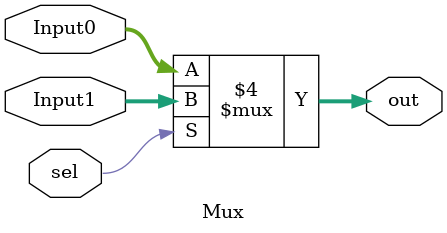
<source format=v>
`timescale 1ns / 1ps
module Mux(
    input [6:0] Input0,
    input [6:0] Input1,
    input sel,
    output reg [6:0] out
    );

always @ (*) 
begin
	if (sel == 1'b0)
	begin
		out <= Input0;
	end
	else 
	begin
		out <= Input1;
	end
end

endmodule

</source>
